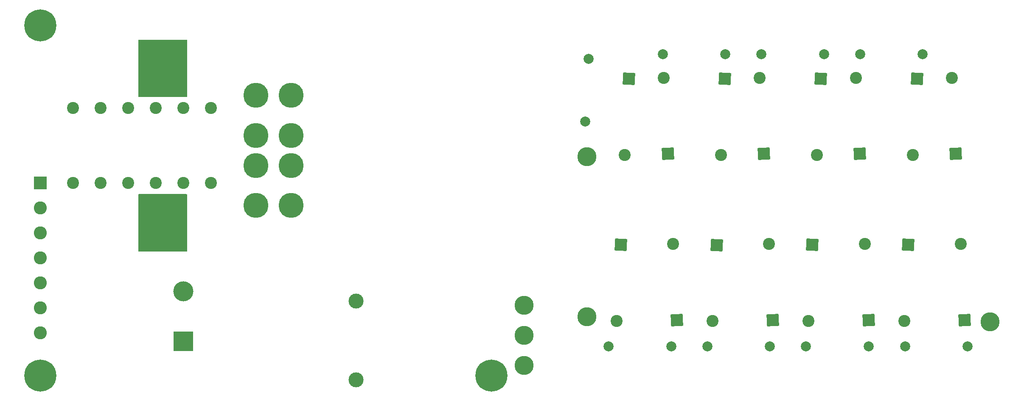
<source format=gbs>
G04 #@! TF.GenerationSoftware,KiCad,Pcbnew,6.0.2+dfsg-1*
G04 #@! TF.CreationDate,2024-12-12T20:43:20+00:00*
G04 #@! TF.ProjectId,HV_PSU,48565f50-5355-42e6-9b69-6361645f7063,rev?*
G04 #@! TF.SameCoordinates,Original*
G04 #@! TF.FileFunction,Soldermask,Bot*
G04 #@! TF.FilePolarity,Negative*
%FSLAX46Y46*%
G04 Gerber Fmt 4.6, Leading zero omitted, Abs format (unit mm)*
G04 Created by KiCad (PCBNEW 6.0.2+dfsg-1) date 2024-12-12 20:43:20*
%MOMM*%
%LPD*%
G01*
G04 APERTURE LIST*
G04 Aperture macros list*
%AMHorizOval*
0 Thick line with rounded ends*
0 $1 width*
0 $2 $3 position (X,Y) of the first rounded end (center of the circle)*
0 $4 $5 position (X,Y) of the second rounded end (center of the circle)*
0 Add line between two ends*
20,1,$1,$2,$3,$4,$5,0*
0 Add two circle primitives to create the rounded ends*
1,1,$1,$2,$3*
1,1,$1,$4,$5*%
%AMRotRect*
0 Rectangle, with rotation*
0 The origin of the aperture is its center*
0 $1 length*
0 $2 width*
0 $3 Rotation angle, in degrees counterclockwise*
0 Add horizontal line*
21,1,$1,$2,0,0,$3*%
G04 Aperture macros list end*
%ADD10RotRect,2.400000X2.400000X267.000000*%
%ADD11HorizOval,2.400000X0.000000X0.000000X0.000000X0.000000X0*%
%ADD12C,2.000000*%
%ADD13C,0.800000*%
%ADD14C,6.400000*%
%ADD15C,5.000000*%
%ADD16C,2.400000*%
%ADD17C,3.800000*%
%ADD18RotRect,2.400000X2.400000X93.000000*%
%ADD19HorizOval,2.400000X0.000000X0.000000X0.000000X0.000000X0*%
%ADD20R,4.000000X4.000000*%
%ADD21C,4.000000*%
%ADD22C,3.000000*%
%ADD23R,2.600000X2.600000*%
%ADD24C,2.600000*%
G04 APERTURE END LIST*
D10*
X234276243Y-127139968D03*
D11*
X233478643Y-142359082D03*
D12*
X204404466Y-89051376D03*
X216904466Y-89051376D03*
D13*
X77850000Y-153250000D03*
X82650000Y-153250000D03*
X78552944Y-151552944D03*
D14*
X80250000Y-153250000D03*
D13*
X80250000Y-155650000D03*
X80250000Y-150850000D03*
X81947056Y-151552944D03*
X78552944Y-154947056D03*
X81947056Y-154947056D03*
D15*
X130250000Y-97250000D03*
X123250000Y-97250000D03*
X130250000Y-105250000D03*
X123250000Y-105250000D03*
X123250000Y-111250000D03*
X130250000Y-111250000D03*
X123250000Y-119250000D03*
X130250000Y-119250000D03*
D16*
X92250000Y-99750000D03*
X92250000Y-114750000D03*
D17*
X176750000Y-145250000D03*
D12*
X243774466Y-89051376D03*
X256274466Y-89051376D03*
D13*
X168552944Y-154947056D03*
X167850000Y-153250000D03*
X171947056Y-151552944D03*
X168552944Y-151552944D03*
X170250000Y-155650000D03*
X172650000Y-153250000D03*
X170250000Y-150850000D03*
D14*
X170250000Y-153250000D03*
D13*
X171947056Y-154947056D03*
D17*
X176750000Y-151250000D03*
X189250000Y-109471376D03*
D18*
X224568065Y-108946546D03*
D19*
X223770465Y-93727432D03*
D12*
X232979466Y-147471376D03*
X245479466Y-147471376D03*
D18*
X245504570Y-142172571D03*
D19*
X244706970Y-126953457D03*
D18*
X207259356Y-142169723D03*
D19*
X206461756Y-126950609D03*
D12*
X193609466Y-147471376D03*
X206109466Y-147471376D03*
D20*
X108750000Y-146407832D03*
D21*
X108750000Y-136407832D03*
D10*
X235963316Y-93908720D03*
D11*
X235165716Y-109127834D03*
D16*
X103250000Y-99750000D03*
X103250000Y-114750000D03*
D10*
X215153096Y-127161983D03*
D11*
X214355496Y-142381097D03*
D18*
X262885756Y-108945596D03*
D19*
X262088156Y-93726482D03*
D18*
X205409221Y-108947021D03*
D19*
X204611621Y-93727907D03*
D18*
X226381963Y-142171147D03*
D19*
X225584363Y-126952033D03*
D12*
X213294466Y-147471376D03*
X225794466Y-147471376D03*
D16*
X114250000Y-99750000D03*
X114250000Y-114750000D03*
D22*
X143250000Y-154150000D03*
X143250000Y-138350000D03*
D10*
X253398800Y-127140443D03*
D11*
X252601200Y-142359557D03*
D18*
X243726909Y-108946071D03*
D19*
X242929309Y-93726957D03*
D10*
X255122110Y-93911094D03*
D11*
X254324510Y-109130208D03*
D18*
X264627183Y-142173995D03*
D19*
X263829583Y-126954881D03*
D12*
X224089466Y-89051376D03*
X236589466Y-89051376D03*
X188979466Y-102471376D03*
X189633665Y-89988507D03*
D10*
X197645554Y-93910619D03*
D11*
X196847954Y-109129733D03*
D17*
X269750000Y-142500000D03*
D12*
X252764466Y-147471376D03*
X265264466Y-147471376D03*
D17*
X189250000Y-141471376D03*
X176750000Y-139250000D03*
D10*
X216803933Y-93928836D03*
D11*
X216006333Y-109147950D03*
D10*
X196030954Y-127145665D03*
D11*
X195233354Y-142364779D03*
D13*
X81947056Y-81552944D03*
D14*
X80250000Y-83250000D03*
D13*
X81947056Y-84947056D03*
X78552944Y-81552944D03*
X80250000Y-85650000D03*
X80250000Y-80850000D03*
X77850000Y-83250000D03*
X82650000Y-83250000D03*
X78552944Y-84947056D03*
D23*
X80250000Y-114750000D03*
D24*
X80250000Y-119750000D03*
X80250000Y-124750000D03*
X80250000Y-129750000D03*
X80250000Y-134750000D03*
X80250000Y-139750000D03*
X80250000Y-144750000D03*
D16*
X108750000Y-99750000D03*
X108750000Y-114750000D03*
X86750000Y-99750000D03*
X86750000Y-114750000D03*
X97750000Y-99750000D03*
X97750000Y-114750000D03*
G36*
X109442121Y-117020002D02*
G01*
X109488614Y-117073658D01*
X109500000Y-117126000D01*
X109500000Y-128374000D01*
X109479998Y-128442121D01*
X109426342Y-128488614D01*
X109374000Y-128500000D01*
X99876000Y-128500000D01*
X99807879Y-128479998D01*
X99761386Y-128426342D01*
X99750000Y-128374000D01*
X99750000Y-117126000D01*
X99770002Y-117057879D01*
X99823658Y-117011386D01*
X99876000Y-117000000D01*
X109374000Y-117000000D01*
X109442121Y-117020002D01*
G37*
G36*
X109442121Y-86120002D02*
G01*
X109488614Y-86173658D01*
X109500000Y-86226000D01*
X109500000Y-97474000D01*
X109479998Y-97542121D01*
X109426342Y-97588614D01*
X109374000Y-97600000D01*
X99876000Y-97600000D01*
X99807879Y-97579998D01*
X99761386Y-97526342D01*
X99750000Y-97474000D01*
X99750000Y-86226000D01*
X99770002Y-86157879D01*
X99823658Y-86111386D01*
X99876000Y-86100000D01*
X109374000Y-86100000D01*
X109442121Y-86120002D01*
G37*
M02*

</source>
